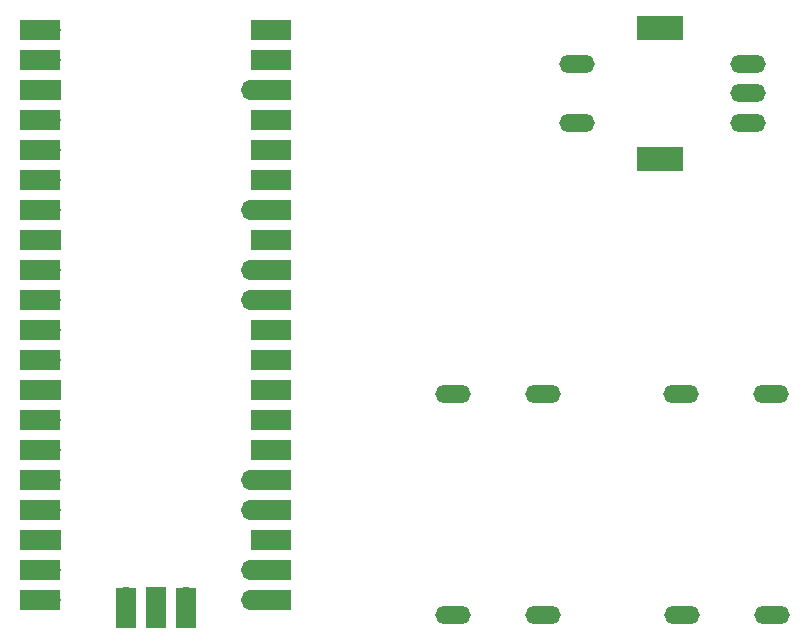
<source format=gbr>
%TF.GenerationSoftware,KiCad,Pcbnew,9.0.2*%
%TF.CreationDate,2025-11-16T09:52:10+01:00*%
%TF.ProjectId,test-stef_8_inter,74657374-2d73-4746-9566-5f385f696e74,rev?*%
%TF.SameCoordinates,Original*%
%TF.FileFunction,Copper,L1,Top*%
%TF.FilePolarity,Positive*%
%FSLAX46Y46*%
G04 Gerber Fmt 4.6, Leading zero omitted, Abs format (unit mm)*
G04 Created by KiCad (PCBNEW 9.0.2) date 2025-11-16 09:52:10*
%MOMM*%
%LPD*%
G01*
G04 APERTURE LIST*
%TA.AperFunction,ComponentPad*%
%ADD10O,3.000000X1.500000*%
%TD*%
%TA.AperFunction,ComponentPad*%
%ADD11R,4.000000X2.000000*%
%TD*%
%TA.AperFunction,ComponentPad*%
%ADD12R,4.000000X2.100000*%
%TD*%
%TA.AperFunction,ComponentPad*%
%ADD13O,1.700000X1.700000*%
%TD*%
%TA.AperFunction,SMDPad,CuDef*%
%ADD14R,3.500000X1.700000*%
%TD*%
%TA.AperFunction,ComponentPad*%
%ADD15R,1.700000X1.700000*%
%TD*%
%TA.AperFunction,ComponentPad*%
%ADD16O,3.400000X1.700000*%
%TD*%
%TA.AperFunction,SMDPad,CuDef*%
%ADD17R,1.700000X3.500000*%
%TD*%
G04 APERTURE END LIST*
D10*
%TO.P,SW3,A,A*%
%TO.N,Net-(U1-GPIO26_ADC0)*%
X189618000Y-80998000D03*
%TO.P,SW3,B,B*%
%TO.N,Net-(U1-GPIO27_ADC1)*%
X189618000Y-75998000D03*
%TO.P,SW3,C,C*%
%TO.N,Net-(SW3-PadC)*%
X189618000Y-78498000D03*
D11*
%TO.P,SW3,MP,MP*%
%TO.N,unconnected-(SW3-PadMP)*%
X182118000Y-84098000D03*
D12*
X182118000Y-72948000D03*
D10*
%TO.P,SW3,S1,S1*%
%TO.N,Net-(U1-GPIO28_ADC2)*%
X175118000Y-75998000D03*
%TO.P,SW3,S2,S2*%
%TO.N,Net-(SW3-PadC)*%
X175118000Y-80998000D03*
%TD*%
D13*
%TO.P,U1,1,GPIO0*%
%TO.N,unconnected-(U1-GPIO0-Pad1)*%
X130556000Y-73152000D03*
D14*
X129656000Y-73152000D03*
D13*
%TO.P,U1,2,GPIO1*%
%TO.N,unconnected-(U1-GPIO1-Pad2)*%
X130556000Y-75692000D03*
D14*
X129656000Y-75692000D03*
D15*
%TO.P,U1,3,GND*%
%TO.N,unconnected-(U1-GND-Pad3)*%
X130556000Y-78232000D03*
D14*
X129656000Y-78232000D03*
D13*
%TO.P,U1,4,GPIO2*%
%TO.N,unconnected-(U1-GPIO2-Pad4)*%
X130556000Y-80772000D03*
D14*
X129656000Y-80772000D03*
D13*
%TO.P,U1,5,GPIO3*%
%TO.N,unconnected-(U1-GPIO3-Pad5)*%
X130556000Y-83312000D03*
D14*
X129656000Y-83312000D03*
D13*
%TO.P,U1,6,GPIO4*%
%TO.N,unconnected-(U1-GPIO4-Pad6)*%
X130556000Y-85852000D03*
D14*
X129656000Y-85852000D03*
D13*
%TO.P,U1,7,GPIO5*%
%TO.N,unconnected-(U1-GPIO5-Pad7)*%
X130556000Y-88392000D03*
D14*
X129656000Y-88392000D03*
D15*
%TO.P,U1,8,GND*%
%TO.N,unconnected-(U1-GND-Pad8)*%
X130556000Y-90932000D03*
D14*
X129656000Y-90932000D03*
D13*
%TO.P,U1,9,GPIO6*%
%TO.N,unconnected-(U1-GPIO6-Pad9)*%
X130556000Y-93472000D03*
D14*
X129656000Y-93472000D03*
D13*
%TO.P,U1,10,GPIO7*%
%TO.N,unconnected-(U1-GPIO7-Pad10)*%
X130556000Y-96012000D03*
D14*
X129656000Y-96012000D03*
D13*
%TO.P,U1,11,GPIO8*%
%TO.N,unconnected-(U1-GPIO8-Pad11)*%
X130556000Y-98552000D03*
D14*
X129656000Y-98552000D03*
D13*
%TO.P,U1,12,GPIO9*%
%TO.N,unconnected-(U1-GPIO9-Pad12)*%
X130556000Y-101092000D03*
D14*
X129656000Y-101092000D03*
D15*
%TO.P,U1,13,GND*%
%TO.N,unconnected-(U1-GND-Pad13)*%
X130556000Y-103632000D03*
D14*
X129656000Y-103632000D03*
D13*
%TO.P,U1,14,GPIO10*%
%TO.N,unconnected-(U1-GPIO10-Pad14)*%
X130556000Y-106172000D03*
D14*
X129656000Y-106172000D03*
D13*
%TO.P,U1,15,GPIO11*%
%TO.N,unconnected-(U1-GPIO11-Pad15)*%
X130556000Y-108712000D03*
D14*
X129656000Y-108712000D03*
D13*
%TO.P,U1,16,GPIO12*%
%TO.N,unconnected-(U1-GPIO12-Pad16)*%
X130556000Y-111252000D03*
D14*
X129656000Y-111252000D03*
D13*
%TO.P,U1,17,GPIO13*%
%TO.N,unconnected-(U1-GPIO13-Pad17)*%
X130556000Y-113792000D03*
D14*
X129656000Y-113792000D03*
D15*
%TO.P,U1,18,GND*%
%TO.N,unconnected-(U1-GND-Pad18)*%
X130556000Y-116332000D03*
D14*
X129656000Y-116332000D03*
D13*
%TO.P,U1,19,GPIO14*%
%TO.N,unconnected-(U1-GPIO14-Pad19)*%
X130556000Y-118872000D03*
D14*
X129656000Y-118872000D03*
D13*
%TO.P,U1,20,GPIO15*%
%TO.N,unconnected-(U1-GPIO15-Pad20)*%
X130556000Y-121412000D03*
D14*
X129656000Y-121412000D03*
D16*
%TO.P,U1,21,GPIO16*%
%TO.N,Net-(D4-K)*%
X148336000Y-121412000D03*
D14*
X149236000Y-121412000D03*
D16*
%TO.P,U1,22,GPIO17*%
%TO.N,Net-(D1-K)*%
X148336000Y-118872000D03*
D14*
X149236000Y-118872000D03*
D15*
%TO.P,U1,23,GND*%
%TO.N,unconnected-(U1-GND-Pad23)*%
X148336000Y-116332000D03*
D14*
X149236000Y-116332000D03*
D16*
%TO.P,U1,24,GPIO18*%
%TO.N,Net-(U1-GPIO18)*%
X148336000Y-113792000D03*
D14*
X149236000Y-113792000D03*
D16*
%TO.P,U1,25,GPIO19*%
%TO.N,Net-(U1-GPIO19)*%
X148336000Y-111252000D03*
D14*
X149236000Y-111252000D03*
D13*
%TO.P,U1,26,GPIO20*%
%TO.N,unconnected-(U1-GPIO20-Pad26)*%
X148336000Y-108712000D03*
D14*
X149236000Y-108712000D03*
D13*
%TO.P,U1,27,GPIO21*%
%TO.N,unconnected-(U1-GPIO21-Pad27)*%
X148336000Y-106172000D03*
D14*
X149236000Y-106172000D03*
D15*
%TO.P,U1,28,GND*%
%TO.N,unconnected-(U1-GND-Pad28)*%
X148336000Y-103632000D03*
D14*
X149236000Y-103632000D03*
D13*
%TO.P,U1,29,GPIO22*%
%TO.N,unconnected-(U1-GPIO22-Pad29)*%
X148336000Y-101092000D03*
D14*
X149236000Y-101092000D03*
D13*
%TO.P,U1,30,RUN*%
%TO.N,unconnected-(U1-RUN-Pad30)*%
X148336000Y-98552000D03*
D14*
X149236000Y-98552000D03*
D16*
%TO.P,U1,31,GPIO26_ADC0*%
%TO.N,Net-(U1-GPIO26_ADC0)*%
X148336000Y-96012000D03*
D14*
X149236000Y-96012000D03*
D16*
%TO.P,U1,32,GPIO27_ADC1*%
%TO.N,Net-(U1-GPIO27_ADC1)*%
X148336000Y-93472000D03*
D14*
X149236000Y-93472000D03*
D15*
%TO.P,U1,33,AGND*%
%TO.N,unconnected-(U1-AGND-Pad33)*%
X148336000Y-90932000D03*
D14*
X149236000Y-90932000D03*
D16*
%TO.P,U1,34,GPIO28_ADC2*%
%TO.N,Net-(U1-GPIO28_ADC2)*%
X148336000Y-88392000D03*
D14*
X149236000Y-88392000D03*
D13*
%TO.P,U1,35,ADC_VREF*%
%TO.N,unconnected-(U1-ADC_VREF-Pad35)*%
X148336000Y-85852000D03*
D14*
X149236000Y-85852000D03*
D13*
%TO.P,U1,36,3V3*%
%TO.N,unconnected-(U1-3V3-Pad36)*%
X148336000Y-83312000D03*
D14*
X149236000Y-83312000D03*
D13*
%TO.P,U1,37,3V3_EN*%
%TO.N,unconnected-(U1-3V3_EN-Pad37)*%
X148336000Y-80772000D03*
D14*
X149236000Y-80772000D03*
D16*
%TO.P,U1,38,GND*%
%TO.N,Net-(SW3-PadC)*%
X148336000Y-78232000D03*
D14*
X149236000Y-78232000D03*
D13*
%TO.P,U1,39,VSYS*%
%TO.N,unconnected-(U1-VSYS-Pad39)*%
X148336000Y-75692000D03*
D14*
X149236000Y-75692000D03*
D13*
%TO.P,U1,40,VBUS*%
%TO.N,unconnected-(U1-VBUS-Pad40)*%
X148336000Y-73152000D03*
D14*
X149236000Y-73152000D03*
D13*
%TO.P,U1,41,SWCLK*%
%TO.N,unconnected-(U1-SWCLK-Pad41)*%
X136906000Y-121182000D03*
D17*
X136906000Y-122082000D03*
D15*
%TO.P,U1,42,GND*%
%TO.N,unconnected-(U1-GND-Pad42)*%
X139446000Y-121182000D03*
D17*
X139446000Y-122082000D03*
D13*
%TO.P,U1,43,SWDIO*%
%TO.N,unconnected-(U1-SWDIO-Pad43)*%
X141986000Y-121182000D03*
D17*
X141986000Y-122082000D03*
%TD*%
D10*
%TO.P,D5,1,K*%
%TO.N,Net-(D4-K)*%
X184031000Y-122660000D03*
%TO.P,D5,2,A*%
%TO.N,Net-(D5-A)*%
X191651000Y-122660000D03*
%TD*%
%TO.P,D1,1,K*%
%TO.N,Net-(D1-K)*%
X164650000Y-103985000D03*
%TO.P,D1,2,A*%
%TO.N,Net-(D1-A)*%
X172270000Y-103985000D03*
%TD*%
%TO.P,D4,1,K*%
%TO.N,Net-(D4-K)*%
X164650000Y-122660000D03*
%TO.P,D4,2,A*%
%TO.N,Net-(D4-A)*%
X172270000Y-122660000D03*
%TD*%
%TO.P,D2,1,K*%
%TO.N,Net-(D1-K)*%
X183904000Y-103985000D03*
%TO.P,D2,2,A*%
%TO.N,Net-(D2-A)*%
X191524000Y-103985000D03*
%TD*%
M02*

</source>
